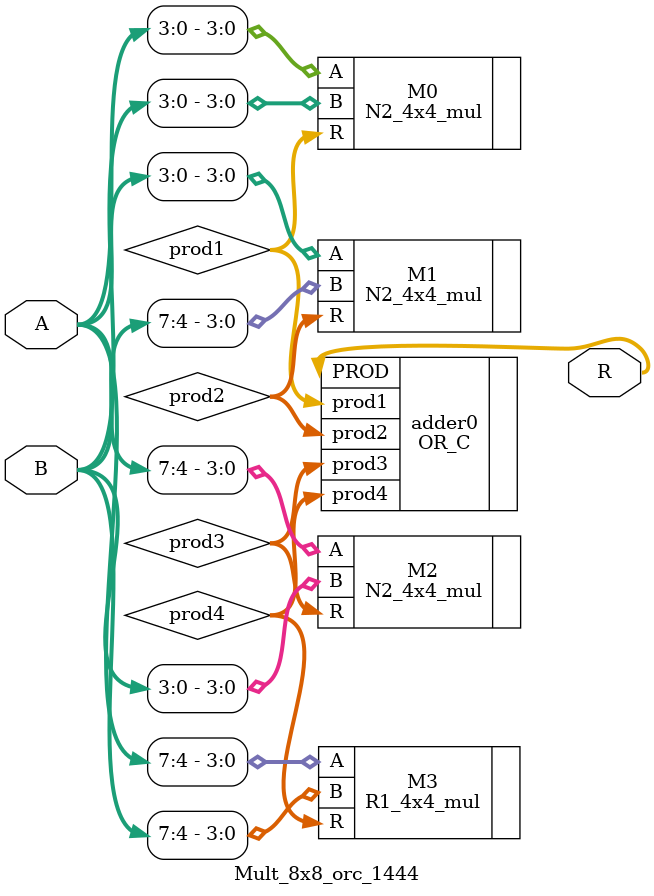
<source format=v>
module Mult_8x8_orc_1444(
input [7:0] A,
input [7:0] B,
output [15:0]R
);
wire [7:0]prod1;
wire [7:0]prod2;
wire [7:0]prod3;
wire [7:0]prod4;

N2_4x4_mul M0(.A(A[3:0]),.B(B[3:0]),.R(prod1));
N2_4x4_mul M1(.A(A[3:0]),.B(B[7:4]),.R(prod2));
N2_4x4_mul M2(.A(A[7:4]),.B(B[3:0]),.R(prod3));
R1_4x4_mul M3(.A(A[7:4]),.B(B[7:4]),.R(prod4));
OR_C adder0(.prod1(prod1),.prod2(prod2),.prod3(prod3),.prod4(prod4),.PROD(R));
endmodule

</source>
